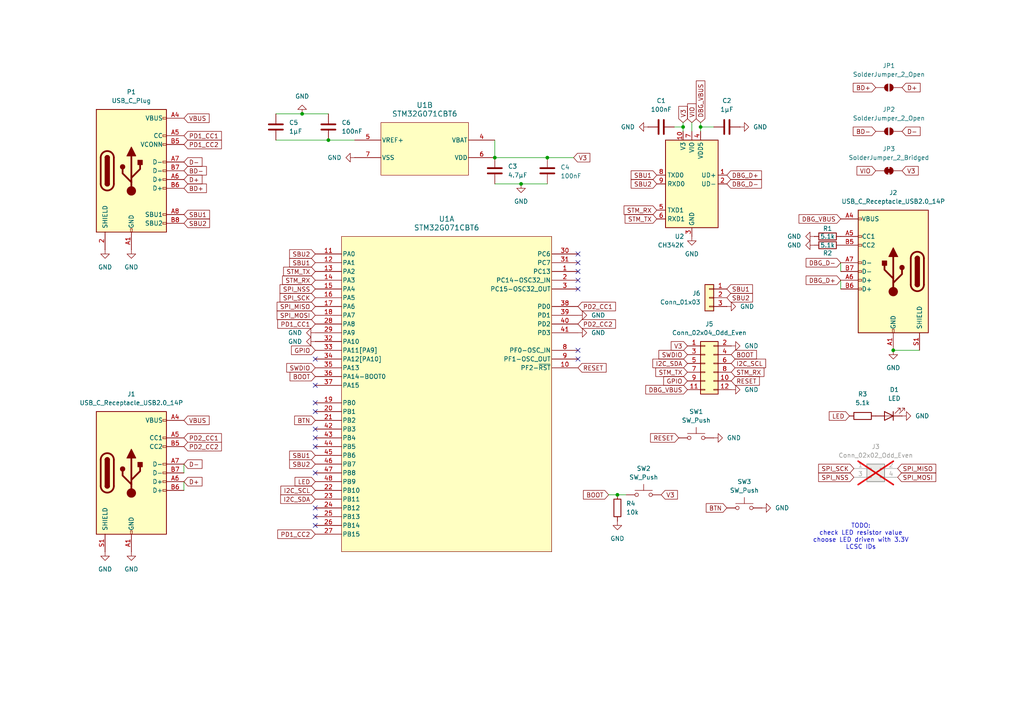
<source format=kicad_sch>
(kicad_sch (version 20231120) (generator "eeschema") (generator_version "8.0")
  (paper "A4")
  (lib_symbols
    (symbol "Connector:USB_C_Plug" (pin_names (offset 1.016))
      (property "Reference" "P1" (at 0 33.02 0))
      (property "Value" "USB_C_Plug" (at 0 30.48 0))
      (symbol "USB_C_Plug_0_0"
        (rectangle (start -0.254 -6.604) (end 0.254 -7.62))
        (rectangle (start 9.144 5.334) (end 10.16 4.826))
        (rectangle (start 9.144 7.874) (end 10.16 7.366))
        (rectangle (start 9.144 10.414) (end 10.16 9.906))
        (rectangle (start 9.144 12.954) (end 10.16 12.446))
        (rectangle (start 9.144 18.034) (end 10.16 17.526))
        (rectangle (start 10.16 -4.826) (end 9.144 -5.334))
        (rectangle (start 10.16 -2.286) (end 9.144 -2.794))
        (rectangle (start 10.16 20.574) (end 9.144 20.066))
        (rectangle (start 10.16 25.654) (end 9.144 25.146))
      )
      (symbol "USB_C_Plug_0_1"
        (rectangle (start -10.16 27.94) (end 10.16 -7.62) (stroke (width 0.254)) (fill (type background)))
        (arc (start -8.89 6.35) (mid -6.985 4.4533) (end -5.08 6.35) (stroke (width 0.508)))
        (arc (start -7.62 6.35) (mid -6.985 5.7177) (end -6.35 6.35) (stroke (width 0.254)))
        (arc (start -7.62 6.35) (mid -6.985 5.7177) (end -6.35 6.35) (stroke (width 0.254)) (fill (type outline)))
        (rectangle (start -7.62 6.35) (end -6.35 13.97) (stroke (width 0.254)) (fill (type outline)))
        (arc (start -6.35 13.97) (mid -6.985 14.6023) (end -7.62 13.97) (stroke (width 0.254)))
        (arc (start -6.35 13.97) (mid -6.985 14.6023) (end -7.62 13.97) (stroke (width 0.254)) (fill (type outline)))
        (arc (start -5.08 13.97) (mid -6.985 15.8667) (end -8.89 13.97) (stroke (width 0.508)))
        (polyline (pts (xy -8.89 6.35) (xy -8.89 13.97)) (stroke (width 0.508)))
        (polyline (pts (xy -5.08 13.97) (xy -5.08 6.35)) (stroke (width 0.508)))
      )
      (symbol "USB_C_Plug_1_1"
        (circle (center -2.54 11.303) (radius 0.635) (stroke (width 0.254)) (fill (type outline)))
        (polyline (pts (xy 0 4.318) (xy 0 14.478)) (stroke (width 0.508)))
        (polyline (pts (xy 0 6.858) (xy -2.54 9.398) (xy -2.54 10.668)) (stroke (width 0.508)))
        (polyline (pts (xy 0 8.128) (xy 2.54 10.668) (xy 2.54 11.938)) (stroke (width 0.508)))
        (polyline (pts (xy -1.27 14.478) (xy 0 17.018) (xy 1.27 14.478) (xy -1.27 14.478)) (stroke (width 0.254)) (fill (type outline)))
        (circle (center 0 4.318) (radius 1.27) (fill (type outline)))
        (rectangle (start 1.905 11.938) (end 3.175 13.208) (stroke (width 0.254)) (fill (type outline)))
        (pin passive line (at -7.62 -12.7 90) (length 5.08) (name "SHIELD") (number "2"))
        (pin passive line (at -7.62 -12.7 90) (length 5.08) hide (name "SHIELD") (number "3"))
        (pin passive line (at 0 -12.7 90) (length 5.08) (name "GND") (number "A1"))
        (pin passive line (at 0 -12.7 90) (length 5.08) hide (name "GND") (number "A12"))
        (pin passive line (at 15.24 25.4 180) (length 5.08) (name "VBUS") (number "A4"))
        (pin bidirectional line (at 15.24 20.32 180) (length 5.08) (name "CC") (number "A5"))
        (pin bidirectional line (at 15.24 7.62 180) (length 5.08) (name "D+") (number "A6"))
        (pin bidirectional line (at 15.24 12.7 180) (length 5.08) (name "D-") (number "A7"))
        (pin bidirectional line (at 15.24 -2.54 180) (length 5.08) (name "SBU1") (number "A8"))
        (pin passive line (at 15.24 25.4 180) (length 5.08) hide (name "VBUS") (number "A9"))
        (pin passive line (at 0 -12.7 90) (length 5.08) hide (name "GND") (number "B1"))
        (pin passive line (at 0 -12.7 90) (length 5.08) hide (name "GND") (number "B12"))
        (pin passive line (at 15.24 25.4 180) (length 5.08) hide (name "VBUS") (number "B4"))
        (pin bidirectional line (at 15.24 17.78 180) (length 5.08) (name "VCONN") (number "B5"))
        (pin bidirectional line (at 15.24 5.08 180) (length 5.08) (name "D+") (number "B6"))
        (pin bidirectional line (at 15.24 10.16 180) (length 5.08) (name "D-") (number "B7"))
        (pin bidirectional line (at 15.24 -5.08 180) (length 5.08) (name "SBU2") (number "B8"))
        (pin passive line (at 15.24 25.4 180) (length 5.08) hide (name "VBUS") (number "B9"))
      )
    )
    (symbol "Connector:USB_C_Receptacle_USB2.0_14P" (pin_names (offset 1.016))
      (property "Reference" "J2" (at 0 22.86 0))
      (property "Value" "USB_C_Receptacle_USB2.0_14P" (at 0 20.32 0))
      (symbol "USB_C_Receptacle_USB2.0_14P_0_0"
        (rectangle (start -0.254 -17.78) (end 0.254 -16.764))
        (rectangle (start 10.16 -4.826) (end 9.144 -5.334))
        (rectangle (start 10.16 -2.286) (end 9.144 -2.794))
        (rectangle (start 10.16 0.254) (end 9.144 -0.254))
        (rectangle (start 10.16 2.794) (end 9.144 2.286))
        (rectangle (start 10.16 7.874) (end 9.144 7.366))
        (rectangle (start 10.16 10.414) (end 9.144 9.906))
        (rectangle (start 10.16 15.494) (end 9.144 14.986))
      )
      (symbol "USB_C_Receptacle_USB2.0_14P_0_1"
        (rectangle (start -10.16 17.78) (end 10.16 -17.78) (stroke (width 0.254)) (fill (type background)))
        (arc (start -8.89 -3.81) (mid -6.985 -5.7067) (end -5.08 -3.81) (stroke (width 0.508)))
        (arc (start -7.62 -3.81) (mid -6.985 -4.4423) (end -6.35 -3.81) (stroke (width 0.254)))
        (arc (start -7.62 -3.81) (mid -6.985 -4.4423) (end -6.35 -3.81) (stroke (width 0.254)) (fill (type outline)))
        (rectangle (start -7.62 -3.81) (end -6.35 3.81) (stroke (width 0.254)) (fill (type outline)))
        (arc (start -6.35 3.81) (mid -6.985 4.4423) (end -7.62 3.81) (stroke (width 0.254)))
        (arc (start -6.35 3.81) (mid -6.985 4.4423) (end -7.62 3.81) (stroke (width 0.254)) (fill (type outline)))
        (arc (start -5.08 3.81) (mid -6.985 5.7067) (end -8.89 3.81) (stroke (width 0.508)))
        (circle (center -2.54 1.143) (radius 0.635) (stroke (width 0.254)) (fill (type outline)))
        (circle (center 0 -5.842) (radius 1.27) (fill (type outline)))
        (polyline (pts (xy -8.89 -3.81) (xy -8.89 3.81)) (stroke (width 0.508)))
        (polyline (pts (xy -5.08 3.81) (xy -5.08 -3.81)) (stroke (width 0.508)))
        (polyline (pts (xy 0 -5.842) (xy 0 4.318)) (stroke (width 0.508)))
        (polyline (pts (xy 0 -3.302) (xy -2.54 -0.762) (xy -2.54 0.508)) (stroke (width 0.508)))
        (polyline (pts (xy 0 -2.032) (xy 2.54 0.508) (xy 2.54 1.778)) (stroke (width 0.508)))
        (polyline (pts (xy -1.27 4.318) (xy 0 6.858) (xy 1.27 4.318) (xy -1.27 4.318)) (stroke (width 0.254)) (fill (type outline)))
        (rectangle (start 1.905 1.778) (end 3.175 3.048) (stroke (width 0.254)) (fill (type outline)))
      )
      (symbol "USB_C_Receptacle_USB2.0_14P_1_1"
        (pin passive line (at 0 -22.86 90) (length 5.08) (name "GND") (number "A1"))
        (pin passive line (at 15.24 15.24 180) (length 5.08) (name "VBUS") (number "A4"))
        (pin bidirectional line (at 15.24 10.16 180) (length 5.08) (name "CC1") (number "A5"))
        (pin bidirectional line (at 15.24 -2.54 180) (length 5.08) (name "D+") (number "A6"))
        (pin bidirectional line (at 15.24 2.54 180) (length 5.08) (name "D-") (number "A7"))
        (pin passive line (at 0 -22.86 90) (length 5.08) hide (name "GND") (number "B1"))
        (pin passive line (at 15.24 15.24 180) (length 5.08) hide (name "VBUS") (number "B4"))
        (pin bidirectional line (at 15.24 7.62 180) (length 5.08) (name "CC2") (number "B5"))
        (pin bidirectional line (at 15.24 -5.08 180) (length 5.08) (name "D+") (number "B6"))
        (pin bidirectional line (at 15.24 0 180) (length 5.08) (name "D-") (number "B7"))
        (pin passive line (at -7.62 -22.86 90) (length 5.08) (name "SHIELD") (number "S1"))
      )
    )
    (symbol "Connector_Generic:Conn_01x03" (pin_names (offset 1.016) hide)
      (property "Reference" "J" (at 0 5.08 0))
      (property "Value" "Conn_01x03" (at 0 -5.08 0))
      (symbol "Conn_01x03_1_1"
        (rectangle (start -1.27 -2.413) (end 0 -2.667) (stroke (width 0.1524)))
        (rectangle (start -1.27 0.127) (end 0 -0.127) (stroke (width 0.1524)))
        (rectangle (start -1.27 2.667) (end 0 2.413) (stroke (width 0.1524)))
        (rectangle (start -1.27 3.81) (end 1.27 -3.81) (stroke (width 0.254)) (fill (type background)))
        (pin passive line (at -5.08 2.54 0) (length 3.81) (name "Pin_1") (number "1"))
        (pin passive line (at -5.08 0 0) (length 3.81) (name "Pin_2") (number "2"))
        (pin passive line (at -5.08 -2.54 0) (length 3.81) (name "Pin_3") (number "3"))
      )
    )
    (symbol "Connector_Generic:Conn_02x02_Odd_Even" (pin_names (offset 1.016) hide)
      (property "Reference" "J" (at 1.27 2.54 0))
      (property "Value" "Conn_02x02_Odd_Even" (at 1.27 -5.08 0))
      (symbol "Conn_02x02_Odd_Even_1_1"
        (rectangle (start -1.27 -2.413) (end 0 -2.667) (stroke (width 0.1524)))
        (rectangle (start -1.27 0.127) (end 0 -0.127) (stroke (width 0.1524)))
        (rectangle (start -1.27 1.27) (end 3.81 -3.81) (stroke (width 0.254)) (fill (type background)))
        (rectangle (start 3.81 -2.413) (end 2.54 -2.667) (stroke (width 0.1524)))
        (rectangle (start 3.81 0.127) (end 2.54 -0.127) (stroke (width 0.1524)))
        (pin passive line (at -5.08 0 0) (length 3.81) (name "Pin_1") (number "1"))
        (pin passive line (at 7.62 0 180) (length 3.81) (name "Pin_2") (number "2"))
        (pin passive line (at -5.08 -2.54 0) (length 3.81) (name "Pin_3") (number "3"))
        (pin passive line (at 7.62 -2.54 180) (length 3.81) (name "Pin_4") (number "4"))
      )
    )
    (symbol "Connector_Generic:Conn_02x06_Odd_Even" (pin_names (offset 1.016) hide)
      (property "Reference" "J" (at 1.27 7.62 0))
      (property "Value" "Conn_02x06_Odd_Even" (at 1.27 -10.16 0))
      (symbol "Conn_02x06_Odd_Even_1_1"
        (rectangle (start -1.27 -7.493) (end 0 -7.747) (stroke (width 0.1524)))
        (rectangle (start -1.27 -4.953) (end 0 -5.207) (stroke (width 0.1524)))
        (rectangle (start -1.27 -2.413) (end 0 -2.667) (stroke (width 0.1524)))
        (rectangle (start -1.27 0.127) (end 0 -0.127) (stroke (width 0.1524)))
        (rectangle (start -1.27 2.667) (end 0 2.413) (stroke (width 0.1524)))
        (rectangle (start -1.27 5.207) (end 0 4.953) (stroke (width 0.1524)))
        (rectangle (start -1.27 6.35) (end 3.81 -8.89) (stroke (width 0.254)) (fill (type background)))
        (rectangle (start 3.81 -7.493) (end 2.54 -7.747) (stroke (width 0.1524)))
        (rectangle (start 3.81 -4.953) (end 2.54 -5.207) (stroke (width 0.1524)))
        (rectangle (start 3.81 -2.413) (end 2.54 -2.667) (stroke (width 0.1524)))
        (rectangle (start 3.81 0.127) (end 2.54 -0.127) (stroke (width 0.1524)))
        (rectangle (start 3.81 2.667) (end 2.54 2.413) (stroke (width 0.1524)))
        (rectangle (start 3.81 5.207) (end 2.54 4.953) (stroke (width 0.1524)))
        (pin passive line (at -5.08 5.08 0) (length 3.81) (name "Pin_1") (number "1"))
        (pin passive line (at 7.62 -5.08 180) (length 3.81) (name "Pin_10") (number "10"))
        (pin passive line (at -5.08 -7.62 0) (length 3.81) (name "Pin_11") (number "11"))
        (pin passive line (at 7.62 -7.62 180) (length 3.81) (name "Pin_12") (number "12"))
        (pin passive line (at 7.62 5.08 180) (length 3.81) (name "Pin_2") (number "2"))
        (pin passive line (at -5.08 2.54 0) (length 3.81) (name "Pin_3") (number "3"))
        (pin passive line (at 7.62 2.54 180) (length 3.81) (name "Pin_4") (number "4"))
        (pin passive line (at -5.08 0 0) (length 3.81) (name "Pin_5") (number "5"))
        (pin passive line (at 7.62 0 180) (length 3.81) (name "Pin_6") (number "6"))
        (pin passive line (at -5.08 -2.54 0) (length 3.81) (name "Pin_7") (number "7"))
        (pin passive line (at 7.62 -2.54 180) (length 3.81) (name "Pin_8") (number "8"))
        (pin passive line (at -5.08 -5.08 0) (length 3.81) (name "Pin_9") (number "9"))
      )
    )
    (symbol "Debubo:STM32G071CBT6" (pin_names (offset 0.254))
      (property "Reference" "U" (at 38.1 10.16 0))
      (property "Value" "STM32G071CBT6" (at 38.1 7.62 0))
      (symbol "STM32G071CBT6_1_1"
        (rectangle (start 7.62 5.08) (end 68.58 -86.36) (fill (type background)))
        (pin bidirectional line (at 76.2 -5.08 180) (length 7.62) (name "PC13") (number "1"))
        (pin bidirectional line (at 76.2 -33.02 180) (length 7.62) (name "PF2-~{RST}") (number "10"))
        (pin bidirectional line (at 0 0 0) (length 7.62) (name "PA0") (number "11"))
        (pin bidirectional line (at 0 -2.54 0) (length 7.62) (name "PA1") (number "12"))
        (pin bidirectional line (at 0 -5.08 0) (length 7.62) (name "PA2") (number "13"))
        (pin bidirectional line (at 0 -7.62 0) (length 7.62) (name "PA3") (number "14"))
        (pin bidirectional line (at 0 -10.16 0) (length 7.62) (name "PA4") (number "15"))
        (pin bidirectional line (at 0 -12.7 0) (length 7.62) (name "PA5") (number "16"))
        (pin bidirectional line (at 0 -15.24 0) (length 7.62) (name "PA6") (number "17"))
        (pin bidirectional line (at 0 -17.78 0) (length 7.62) (name "PA7") (number "18"))
        (pin bidirectional line (at 0 -43.18 0) (length 7.62) (name "PB0") (number "19"))
        (pin bidirectional line (at 76.2 -7.62 180) (length 7.62) (name "PC14-OSC32_IN") (number "2"))
        (pin bidirectional line (at 0 -45.72 0) (length 7.62) (name "PB1") (number "20"))
        (pin bidirectional line (at 0 -48.26 0) (length 7.62) (name "PB2") (number "21"))
        (pin bidirectional line (at 0 -68.58 0) (length 7.62) (name "PB10") (number "22"))
        (pin bidirectional line (at 0 -71.12 0) (length 7.62) (name "PB11") (number "23"))
        (pin bidirectional line (at 0 -73.66 0) (length 7.62) (name "PB12") (number "24"))
        (pin bidirectional line (at 0 -76.2 0) (length 7.62) (name "PB13") (number "25"))
        (pin bidirectional line (at 0 -78.74 0) (length 7.62) (name "PB14") (number "26"))
        (pin bidirectional line (at 0 -81.28 0) (length 7.62) (name "PB15") (number "27"))
        (pin bidirectional line (at 0 -20.32 0) (length 7.62) (name "PA8") (number "28"))
        (pin bidirectional line (at 0 -22.86 0) (length 7.62) (name "PA9") (number "29"))
        (pin bidirectional line (at 76.2 -10.16 180) (length 7.62) (name "PC15-OSC32_OUT") (number "3"))
        (pin bidirectional line (at 76.2 0 180) (length 7.62) (name "PC6") (number "30"))
        (pin bidirectional line (at 76.2 -2.54 180) (length 7.62) (name "PC7") (number "31"))
        (pin bidirectional line (at 0 -25.4 0) (length 7.62) (name "PA10") (number "32"))
        (pin bidirectional line (at 0 -27.94 0) (length 7.62) (name "PA11[PA9]") (number "33"))
        (pin bidirectional line (at 0 -30.48 0) (length 7.62) (name "PA12[PA10]") (number "34"))
        (pin bidirectional line (at 0 -33.02 0) (length 7.62) (name "PA13") (number "35"))
        (pin bidirectional line (at 0 -35.56 0) (length 7.62) (name "PA14-BOOT0") (number "36"))
        (pin bidirectional line (at 0 -38.1 0) (length 7.62) (name "PA15") (number "37"))
        (pin bidirectional line (at 76.2 -15.24 180) (length 7.62) (name "PD0") (number "38"))
        (pin bidirectional line (at 76.2 -17.78 180) (length 7.62) (name "PD1") (number "39"))
        (pin bidirectional line (at 76.2 -20.32 180) (length 7.62) (name "PD2") (number "40"))
        (pin bidirectional line (at 76.2 -22.86 180) (length 7.62) (name "PD3") (number "41"))
        (pin bidirectional line (at 0 -50.8 0) (length 7.62) (name "PB3") (number "42"))
        (pin bidirectional line (at 0 -53.34 0) (length 7.62) (name "PB4") (number "43"))
        (pin bidirectional line (at 0 -55.88 0) (length 7.62) (name "PB5") (number "44"))
        (pin bidirectional line (at 0 -58.42 0) (length 7.62) (name "PB6") (number "45"))
        (pin bidirectional line (at 0 -60.96 0) (length 7.62) (name "PB7") (number "46"))
        (pin bidirectional line (at 0 -63.5 0) (length 7.62) (name "PB8") (number "47"))
        (pin bidirectional line (at 0 -66.04 0) (length 7.62) (name "PB9") (number "48"))
        (pin bidirectional line (at 76.2 -27.94 180) (length 7.62) (name "PF0-OSC_IN") (number "8"))
        (pin bidirectional line (at 76.2 -30.48 180) (length 7.62) (name "PF1-OSC_OUT") (number "9"))
      )
      (symbol "STM32G071CBT6_2_1"
        (rectangle (start 7.62 5.08) (end 33.02 -10.16) (fill (type background)))
        (pin power_in line (at 40.64 0 180) (length 7.62) (name "VBAT") (number "4"))
        (pin power_in line (at 0 0 0) (length 7.62) (name "VREF+") (number "5"))
        (pin power_in line (at 40.64 -5.08 180) (length 7.62) (name "VDD") (number "6"))
        (pin power_in line (at 0 -5.08 0) (length 7.62) (name "VSS") (number "7"))
      )
    )
    (symbol "Device:C" (pin_numbers hide) (pin_names (offset 0.254))
      (property "Reference" "C" (at 0.635 2.54 0))
      (property "Value" "C" (at 0.635 -2.54 0))
      (symbol "C_0_1"
        (polyline (pts (xy -2.032 -0.762) (xy 2.032 -0.762)) (stroke (width 0.508)))
        (polyline (pts (xy -2.032 0.762) (xy 2.032 0.762)) (stroke (width 0.508)))
      )
      (symbol "C_1_1"
        (pin passive line (at 0 3.81 270) (length 2.794) (name "~") (number "1"))
        (pin passive line (at 0 -3.81 90) (length 2.794) (name "~") (number "2"))
      )
    )
    (symbol "Device:LED" (pin_numbers hide) (pin_names (offset 1.016) hide)
      (property "Reference" "D" (at 0 2.54 0))
      (property "Value" "LED" (at 0 -2.54 0))
      (symbol "LED_0_1"
        (polyline (pts (xy -1.27 -1.27) (xy -1.27 1.27)) (stroke (width 0.254)))
        (polyline (pts (xy -1.27 0) (xy 1.27 0)))
        (polyline (pts (xy 1.27 -1.27) (xy 1.27 1.27) (xy -1.27 0) (xy 1.27 -1.27)) (stroke (width 0.254)))
        (polyline (pts (xy -3.048 -0.762) (xy -4.572 -2.286) (xy -3.81 -2.286) (xy -4.572 -2.286) (xy -4.572 -1.524)))
        (polyline (pts (xy -1.778 -0.762) (xy -3.302 -2.286) (xy -2.54 -2.286) (xy -3.302 -2.286) (xy -3.302 -1.524)))
      )
      (symbol "LED_1_1"
        (pin passive line (at -3.81 0 0) (length 2.54) (name "K") (number "1"))
        (pin passive line (at 3.81 0 180) (length 2.54) (name "A") (number "2"))
      )
    )
    (symbol "Device:R" (pin_numbers hide) (pin_names (offset 0))
      (property "Reference" "R" (at 2.032 0 90))
      (property "Value" "R" (at 0 0 90))
      (symbol "R_0_1"
        (rectangle (start -1.016 -2.54) (end 1.016 2.54) (stroke (width 0.254)))
      )
      (symbol "R_1_1"
        (pin passive line (at 0 3.81 270) (length 1.27) (name "~") (number "1"))
        (pin passive line (at 0 -3.81 90) (length 1.27) (name "~") (number "2"))
      )
    )
    (symbol "Interface_USB:CH340K"
      (property "Reference" "U2" (at 2.1941 -15.24 0))
      (property "Value" "CH342K" (at 2.1941 -17.78 0))
      (symbol "CH340K_0_1"
        (rectangle (start -7.62 12.7) (end 7.62 -12.7) (stroke (width 0.254)) (fill (type background)))
      )
      (symbol "CH340K_1_0"
        (pin passive line (at 0 -15.24 90) (length 2.54) hide (name "GND") (number "11"))
      )
      (symbol "CH340K_1_1"
        (pin bidirectional line (at -10.16 2.54 0) (length 2.54) (name "UD+") (number "1"))
        (pin passive line (at 2.54 15.24 270) (length 2.54) (name "V3") (number "10"))
        (pin bidirectional line (at -10.16 0 0) (length 2.54) (name "UD-") (number "2"))
        (pin power_in line (at 0 -15.24 90) (length 2.54) (name "GND") (number "3"))
        (pin power_in line (at -2.54 15.24 270) (length 2.54) (name "VDD5") (number "4"))
        (pin output line (at 10.16 -7.62 180) (length 2.54) (name "TXD1") (number "5"))
        (pin input line (at 10.16 -10.16 180) (length 2.54) (name "RXD1") (number "6"))
        (pin power_in line (at 0 15.24 270) (length 2.54) (name "VIO") (number "7"))
        (pin output line (at 10.16 2.54 180) (length 2.54) (name "TXD0") (number "8"))
        (pin input line (at 10.16 0 180) (length 2.54) (name "RXD0") (number "9"))
      )
    )
    (symbol "Jumper:SolderJumper_2_Bridged" (pin_numbers hide) (pin_names (offset 0) hide) (exclude_from_sim yes) (in_bom no)
      (property "Reference" "JP" (at 0 2.032 0))
      (property "Value" "SolderJumper_2_Bridged" (at 0 -2.54 0))
      (symbol "SolderJumper_2_Bridged_0_1"
        (rectangle (start -0.508 0.508) (end 0.508 -0.508) (fill (type outline)))
        (arc (start -0.254 1.016) (mid -1.2656 0) (end -0.254 -1.016))
        (arc (start -0.254 1.016) (mid -1.2656 0) (end -0.254 -1.016) (fill (type outline)))
        (polyline (pts (xy -0.254 1.016) (xy -0.254 -1.016)))
        (polyline (pts (xy 0.254 1.016) (xy 0.254 -1.016)))
        (arc (start 0.254 -1.016) (mid 1.2656 0) (end 0.254 1.016))
        (arc (start 0.254 -1.016) (mid 1.2656 0) (end 0.254 1.016) (fill (type outline)))
      )
      (symbol "SolderJumper_2_Bridged_1_1"
        (pin passive line (at -3.81 0 0) (length 2.54) (name "A") (number "1"))
        (pin passive line (at 3.81 0 180) (length 2.54) (name "B") (number "2"))
      )
    )
    (symbol "Jumper:SolderJumper_2_Open" (pin_numbers hide) (pin_names (offset 0) hide) (exclude_from_sim yes) (in_bom no)
      (property "Reference" "JP" (at 0 2.032 0))
      (property "Value" "SolderJumper_2_Open" (at 0 -2.54 0))
      (symbol "SolderJumper_2_Open_0_1"
        (arc (start -0.254 1.016) (mid -1.2656 0) (end -0.254 -1.016))
        (arc (start -0.254 1.016) (mid -1.2656 0) (end -0.254 -1.016) (fill (type outline)))
        (polyline (pts (xy -0.254 1.016) (xy -0.254 -1.016)))
        (polyline (pts (xy 0.254 1.016) (xy 0.254 -1.016)))
        (arc (start 0.254 -1.016) (mid 1.2656 0) (end 0.254 1.016))
        (arc (start 0.254 -1.016) (mid 1.2656 0) (end 0.254 1.016) (fill (type outline)))
      )
      (symbol "SolderJumper_2_Open_1_1"
        (pin passive line (at -3.81 0 0) (length 2.54) (name "A") (number "1"))
        (pin passive line (at 3.81 0 180) (length 2.54) (name "B") (number "2"))
      )
    )
    (symbol "Switch:SW_Push" (pin_numbers hide) (pin_names (offset 1.016) hide)
      (property "Reference" "SW" (at 1.27 2.54 0))
      (property "Value" "SW_Push" (at 0 -1.524 0))
      (symbol "SW_Push_0_1"
        (circle (center -2.032 0) (radius 0.508))
        (polyline (pts (xy 0 1.27) (xy 0 3.048)))
        (polyline (pts (xy 2.54 1.27) (xy -2.54 1.27)))
        (circle (center 2.032 0) (radius 0.508))
        (pin passive line (at -5.08 0 0) (length 2.54) (name "1") (number "1"))
        (pin passive line (at 5.08 0 180) (length 2.54) (name "2") (number "2"))
      )
    )
    (symbol "USB_C_Receptacle_USB2.0_14P_1" (pin_names (offset 1.016))
      (property "Reference" "J1" (at 0 22.86 0))
      (property "Value" "USB_C_Receptacle_USB2.0_14P" (at 0 20.32 0))
      (symbol "USB_C_Receptacle_USB2.0_14P_1_0_0"
        (rectangle (start -0.254 -17.78) (end 0.254 -16.764))
        (rectangle (start 10.16 -4.826) (end 9.144 -5.334))
        (rectangle (start 10.16 -2.286) (end 9.144 -2.794))
        (rectangle (start 10.16 0.254) (end 9.144 -0.254))
        (rectangle (start 10.16 2.794) (end 9.144 2.286))
        (rectangle (start 10.16 7.874) (end 9.144 7.366))
        (rectangle (start 10.16 10.414) (end 9.144 9.906))
        (rectangle (start 10.16 15.494) (end 9.144 14.986))
      )
      (symbol "USB_C_Receptacle_USB2.0_14P_1_0_1"
        (rectangle (start -10.16 17.78) (end 10.16 -17.78) (stroke (width 0.254)) (fill (type background)))
        (arc (start -8.89 -3.81) (mid -6.985 -5.7067) (end -5.08 -3.81) (stroke (width 0.508)))
        (arc (start -7.62 -3.81) (mid -6.985 -4.4423) (end -6.35 -3.81) (stroke (width 0.254)))
        (arc (start -7.62 -3.81) (mid -6.985 -4.4423) (end -6.35 -3.81) (stroke (width 0.254)) (fill (type outline)))
        (rectangle (start -7.62 -3.81) (end -6.35 3.81) (stroke (width 0.254)) (fill (type outline)))
        (arc (start -6.35 3.81) (mid -6.985 4.4423) (end -7.62 3.81) (stroke (width 0.254)))
        (arc (start -6.35 3.81) (mid -6.985 4.4423) (end -7.62 3.81) (stroke (width 0.254)) (fill (type outline)))
        (arc (start -5.08 3.81) (mid -6.985 5.7067) (end -8.89 3.81) (stroke (width 0.508)))
        (circle (center -2.54 1.143) (radius 0.635) (stroke (width 0.254)) (fill (type outline)))
        (circle (center 0 -5.842) (radius 1.27) (fill (type outline)))
        (polyline (pts (xy -8.89 -3.81) (xy -8.89 3.81)) (stroke (width 0.508)))
        (polyline (pts (xy -5.08 3.81) (xy -5.08 -3.81)) (stroke (width 0.508)))
        (polyline (pts (xy 0 -5.842) (xy 0 4.318)) (stroke (width 0.508)))
        (polyline (pts (xy 0 -3.302) (xy -2.54 -0.762) (xy -2.54 0.508)) (stroke (width 0.508)))
        (polyline (pts (xy 0 -2.032) (xy 2.54 0.508) (xy 2.54 1.778)) (stroke (width 0.508)))
        (polyline (pts (xy -1.27 4.318) (xy 0 6.858) (xy 1.27 4.318) (xy -1.27 4.318)) (stroke (width 0.254)) (fill (type outline)))
        (rectangle (start 1.905 1.778) (end 3.175 3.048) (stroke (width 0.254)) (fill (type outline)))
      )
      (symbol "USB_C_Receptacle_USB2.0_14P_1_1_1"
        (pin passive line (at 0 -22.86 90) (length 5.08) (name "GND") (number "A1"))
        (pin passive line (at 15.24 15.24 180) (length 5.08) (name "VBUS") (number "A4"))
        (pin bidirectional line (at 15.24 10.16 180) (length 5.08) (name "CC1") (number "A5"))
        (pin bidirectional line (at 15.24 -2.54 180) (length 5.08) (name "D+") (number "A6"))
        (pin bidirectional line (at 15.24 2.54 180) (length 5.08) (name "D-") (number "A7"))
        (pin passive line (at 0 -22.86 90) (length 5.08) hide (name "GND") (number "B1"))
        (pin passive line (at 15.24 15.24 180) (length 5.08) hide (name "VBUS") (number "B4"))
        (pin bidirectional line (at 15.24 7.62 180) (length 5.08) (name "CC2") (number "B5"))
        (pin bidirectional line (at 15.24 -5.08 180) (length 5.08) (name "D+") (number "B6"))
        (pin bidirectional line (at 15.24 0 180) (length 5.08) (name "D-") (number "B7"))
        (pin passive line (at -7.62 -22.86 90) (length 5.08) (name "SHIELD") (number "S1"))
      )
    )
    (symbol "power:GND" (power) (pin_numbers hide) (pin_names (offset 0) hide)
      (property "Value" "GND" (at 0 -3.81 0))
      (symbol "GND_0_1"
        (polyline (pts (xy 0 0) (xy 0 -1.27) (xy 1.27 -1.27) (xy 0 -2.54) (xy -1.27 -1.27) (xy 0 -1.27)))
      )
      (symbol "GND_1_1"
        (pin power_in line (at 0 0 270) (length 0) (name "~") (number "1"))
      )
    )
  )
  (junction (at 198.12 36.83))
  (junction (at 95.25 40.64))
  (junction (at 259.08 101.6))
  (junction (at 87.63 33.02))
  (junction (at 151.13 53.34))
  (junction (at 203.2 36.83))
  (junction (at 143.51 45.72))
  (junction (at 179.07 143.51))
  (junction (at 158.75 45.72))
  (no_connect (at 167.64 81.28))
  (no_connect (at 91.44 116.84))
  (no_connect (at 91.44 111.76))
  (no_connect (at 167.64 83.82))
  (no_connect (at 91.44 124.46))
  (no_connect (at 91.44 152.4))
  (no_connect (at 91.44 127))
  (no_connect (at 167.64 78.74))
  (no_connect (at 91.44 149.86))
  (no_connect (at 91.44 119.38))
  (no_connect (at 167.64 104.14))
  (no_connect (at 167.64 76.2))
  (no_connect (at 91.44 137.16))
  (no_connect (at 91.44 129.54))
  (no_connect (at 167.64 101.6))
  (no_connect (at 91.44 104.14))
  (no_connect (at 167.64 73.66))
  (no_connect (at 91.44 147.32))
  (wire (pts (xy 198.12 35.56) (xy 198.12 36.83)))
  (wire (pts (xy 95.25 40.64) (xy 102.87 40.64)))
  (wire (pts (xy 200.66 35.56) (xy 200.66 38.1)))
  (wire (pts (xy 143.51 40.64) (xy 143.51 45.72)))
  (wire (pts (xy 53.34 134.62) (xy 53.34 137.16)))
  (wire (pts (xy 143.51 45.72) (xy 158.75 45.72)))
  (wire (pts (xy 143.51 53.34) (xy 151.13 53.34)))
  (wire (pts (xy 80.01 40.64) (xy 95.25 40.64)))
  (wire (pts (xy 53.34 139.7) (xy 53.34 142.24)))
  (wire (pts (xy 243.84 81.28) (xy 243.84 83.82)))
  (wire (pts (xy 203.2 36.83) (xy 203.2 38.1)))
  (wire (pts (xy 87.63 33.02) (xy 95.25 33.02)))
  (wire (pts (xy 151.13 53.34) (xy 158.75 53.34)))
  (wire (pts (xy 243.84 76.2) (xy 243.84 78.74)))
  (wire (pts (xy 259.08 101.6) (xy 266.7 101.6)))
  (wire (pts (xy 203.2 35.56) (xy 203.2 36.83)))
  (wire (pts (xy 207.01 36.83) (xy 203.2 36.83)))
  (wire (pts (xy 195.58 36.83) (xy 198.12 36.83)))
  (wire (pts (xy 198.12 36.83) (xy 198.12 38.1)))
  (wire (pts (xy 158.75 45.72) (xy 166.37 45.72)))
  (wire (pts (xy 179.07 143.51) (xy 181.61 143.51)))
  (wire (pts (xy 80.01 33.02) (xy 87.63 33.02)))
  (wire (pts (xy 176.53 143.51) (xy 179.07 143.51)))
  (text "TODO:\ncheck LED resistor value\nchoose LED driven with 3.3V\nLCSC IDs" (at 249.682 155.702 0) (effects (font (size 1.27 1.27))))
  (global_label "V3" (shape input) (at 199.39 100.33 180) (property "Intersheetrefs" "${INTERSHEET_REFS}" (effects (hide yes))))
  (global_label "BTN" (shape input) (at 91.44 121.92 180) (property "Intersheetrefs" "${INTERSHEET_REFS}" (effects (hide yes))))
  (global_label "BD+" (shape input) (at 53.34 54.61 0) (property "Intersheetrefs" "${INTERSHEET_REFS}" (effects (hide yes))))
  (global_label "DBG_D+" (shape input) (at 210.82 50.8 0) (property "Intersheetrefs" "${INTERSHEET_REFS}" (effects (hide yes))))
  (global_label "SPI_SCK" (shape input) (at 91.44 86.36 180) (property "Intersheetrefs" "${INTERSHEET_REFS}" (effects (hide yes))))
  (global_label "PD1_CC1" (shape input) (at 91.44 93.98 180) (property "Intersheetrefs" "${INTERSHEET_REFS}" (effects (hide yes))))
  (global_label "SBU2" (shape input) (at 91.44 134.62 180) (property "Intersheetrefs" "${INTERSHEET_REFS}" (effects (hide yes))))
  (global_label "RESET" (shape input) (at 196.85 127 180) (property "Intersheetrefs" "${INTERSHEET_REFS}" (effects (hide yes))))
  (global_label "GPIO" (shape input) (at 199.39 110.49 180) (property "Intersheetrefs" "${INTERSHEET_REFS}" (effects (hide yes))))
  (global_label "PD1_CC2" (shape input) (at 53.34 41.91 0) (property "Intersheetrefs" "${INTERSHEET_REFS}" (effects (hide yes))))
  (global_label "STM_TX" (shape input) (at 199.39 107.95 180) (property "Intersheetrefs" "${INTERSHEET_REFS}" (effects (hide yes))))
  (global_label "SPI_MOSI" (shape input) (at 260.35 138.43 0) (property "Intersheetrefs" "${INTERSHEET_REFS}" (effects (hide yes))))
  (global_label "VIO" (shape input) (at 200.66 35.56 90) (property "Intersheetrefs" "${INTERSHEET_REFS}" (effects (hide yes))))
  (global_label "SBU2" (shape input) (at 91.44 73.66 180) (property "Intersheetrefs" "${INTERSHEET_REFS}" (effects (hide yes))))
  (global_label "V3" (shape input) (at 166.37 45.72 0) (property "Intersheetrefs" "${INTERSHEET_REFS}" (effects (hide yes))))
  (global_label "VBUS" (shape input) (at 53.34 121.92 0) (property "Intersheetrefs" "${INTERSHEET_REFS}" (effects (hide yes))))
  (global_label "PD2_CC2" (shape input) (at 53.34 129.54 0) (property "Intersheetrefs" "${INTERSHEET_REFS}" (effects (hide yes))))
  (global_label "I2C_SDA" (shape input) (at 91.44 144.78 180) (property "Intersheetrefs" "${INTERSHEET_REFS}" (effects (hide yes))))
  (global_label "BOOT" (shape input) (at 176.53 143.51 180) (property "Intersheetrefs" "${INTERSHEET_REFS}" (effects (hide yes))))
  (global_label "V3" (shape input) (at 261.62 49.53 0) (property "Intersheetrefs" "${INTERSHEET_REFS}" (effects (hide yes))))
  (global_label "GPIO" (shape input) (at 91.44 101.6 180) (property "Intersheetrefs" "${INTERSHEET_REFS}" (effects (hide yes))))
  (global_label "SPI_MOSI" (shape input) (at 91.44 91.44 180) (property "Intersheetrefs" "${INTERSHEET_REFS}" (effects (hide yes))))
  (global_label "V3" (shape input) (at 191.77 143.51 0) (property "Intersheetrefs" "${INTERSHEET_REFS}" (effects (hide yes))))
  (global_label "SPI_MISO" (shape input) (at 260.35 135.89 0) (property "Intersheetrefs" "${INTERSHEET_REFS}" (effects (hide yes))))
  (global_label "SBU1" (shape input) (at 91.44 132.08 180) (property "Intersheetrefs" "${INTERSHEET_REFS}" (effects (hide yes))))
  (global_label "STM_RX" (shape input) (at 190.5 60.96 180) (property "Intersheetrefs" "${INTERSHEET_REFS}" (effects (hide yes))))
  (global_label "BOOT" (shape input) (at 91.44 109.22 180) (property "Intersheetrefs" "${INTERSHEET_REFS}" (effects (hide yes))))
  (global_label "SBU2" (shape input) (at 53.34 64.77 0) (property "Intersheetrefs" "${INTERSHEET_REFS}" (effects (hide yes))))
  (global_label "RESET" (shape input) (at 212.09 110.49 0) (property "Intersheetrefs" "${INTERSHEET_REFS}" (effects (hide yes))))
  (global_label "LED" (shape input) (at 91.44 139.7 180) (property "Intersheetrefs" "${INTERSHEET_REFS}" (effects (hide yes))))
  (global_label "SPI_NSS" (shape input) (at 91.44 83.82 180) (property "Intersheetrefs" "${INTERSHEET_REFS}" (effects (hide yes))))
  (global_label "I2C_SDA" (shape input) (at 199.39 105.41 180) (property "Intersheetrefs" "${INTERSHEET_REFS}" (effects (hide yes))))
  (global_label "RESET" (shape input) (at 167.64 106.68 0) (property "Intersheetrefs" "${INTERSHEET_REFS}" (effects (hide yes))))
  (global_label "SBU1" (shape input) (at 190.5 50.8 180) (property "Intersheetrefs" "${INTERSHEET_REFS}" (effects (hide yes))))
  (global_label "D-" (shape input) (at 261.62 38.1 0) (property "Intersheetrefs" "${INTERSHEET_REFS}" (effects (hide yes))))
  (global_label "BTN" (shape input) (at 210.82 147.32 180) (property "Intersheetrefs" "${INTERSHEET_REFS}" (effects (hide yes))))
  (global_label "BD+" (shape input) (at 254 25.4 180) (property "Intersheetrefs" "${INTERSHEET_REFS}" (effects (hide yes))))
  (global_label "PD1_CC2" (shape input) (at 91.44 154.94 180) (property "Intersheetrefs" "${INTERSHEET_REFS}" (effects (hide yes))))
  (global_label "D+" (shape input) (at 53.34 139.7 0) (property "Intersheetrefs" "${INTERSHEET_REFS}" (effects (hide yes))))
  (global_label "SPI_MISO" (shape input) (at 91.44 88.9 180) (property "Intersheetrefs" "${INTERSHEET_REFS}" (effects (hide yes))))
  (global_label "VIO" (shape input) (at 254 49.53 180) (property "Intersheetrefs" "${INTERSHEET_REFS}" (effects (hide yes))))
  (global_label "SPI_SCK" (shape input) (at 247.65 135.89 180) (property "Intersheetrefs" "${INTERSHEET_REFS}" (effects (hide yes))))
  (global_label "DBG_D-" (shape input) (at 243.84 76.2 180) (property "Intersheetrefs" "${INTERSHEET_REFS}" (effects (hide yes))))
  (global_label "BD-" (shape input) (at 254 38.1 180) (property "Intersheetrefs" "${INTERSHEET_REFS}" (effects (hide yes))))
  (global_label "V3" (shape input) (at 198.12 35.56 90) (property "Intersheetrefs" "${INTERSHEET_REFS}" (effects (hide yes))))
  (global_label "SBU1" (shape input) (at 53.34 62.23 0) (property "Intersheetrefs" "${INTERSHEET_REFS}" (effects (hide yes))))
  (global_label "SBU1" (shape input) (at 91.44 76.2 180) (property "Intersheetrefs" "${INTERSHEET_REFS}" (effects (hide yes))))
  (global_label "I2C_SCL" (shape input) (at 91.44 142.24 180) (property "Intersheetrefs" "${INTERSHEET_REFS}" (effects (hide yes))))
  (global_label "PD2_CC1" (shape input) (at 167.64 88.9 0) (property "Intersheetrefs" "${INTERSHEET_REFS}" (effects (hide yes))))
  (global_label "DBG_VBUS" (shape input) (at 203.2 35.56 90) (property "Intersheetrefs" "${INTERSHEET_REFS}" (effects (hide yes))))
  (global_label "PD2_CC2" (shape input) (at 167.64 93.98 0) (property "Intersheetrefs" "${INTERSHEET_REFS}" (effects (hide yes))))
  (global_label "BD-" (shape input) (at 53.34 49.53 0) (property "Intersheetrefs" "${INTERSHEET_REFS}" (effects (hide yes))))
  (global_label "STM_TX" (shape input) (at 91.44 78.74 180) (property "Intersheetrefs" "${INTERSHEET_REFS}" (effects (hide yes))))
  (global_label "DBG_VBUS" (shape input) (at 243.84 63.5 180) (property "Intersheetrefs" "${INTERSHEET_REFS}" (effects (hide yes))))
  (global_label "DBG_D-" (shape input) (at 210.82 53.34 0) (property "Intersheetrefs" "${INTERSHEET_REFS}" (effects (hide yes))))
  (global_label "SWDIO" (shape input) (at 91.44 106.68 180) (property "Intersheetrefs" "${INTERSHEET_REFS}" (effects (hide yes))))
  (global_label "VBUS" (shape input) (at 53.34 34.29 0) (property "Intersheetrefs" "${INTERSHEET_REFS}" (effects (hide yes))))
  (global_label "SWDIO" (shape input) (at 199.39 102.87 180) (property "Intersheetrefs" "${INTERSHEET_REFS}" (effects (hide yes))))
  (global_label "SBU2" (shape input) (at 190.5 53.34 180) (property "Intersheetrefs" "${INTERSHEET_REFS}" (effects (hide yes))))
  (global_label "DBG_D+" (shape input) (at 243.84 81.28 180) (property "Intersheetrefs" "${INTERSHEET_REFS}" (effects (hide yes))))
  (global_label "PD2_CC1" (shape input) (at 53.34 127 0) (property "Intersheetrefs" "${INTERSHEET_REFS}" (effects (hide yes))))
  (global_label "SPI_NSS" (shape input) (at 247.65 138.43 180) (property "Intersheetrefs" "${INTERSHEET_REFS}" (effects (hide yes))))
  (global_label "D-" (shape input) (at 53.34 46.99 0) (property "Intersheetrefs" "${INTERSHEET_REFS}" (effects (hide yes))))
  (global_label "STM_TX" (shape input) (at 190.5 63.5 180) (property "Intersheetrefs" "${INTERSHEET_REFS}" (effects (hide yes))))
  (global_label "D+" (shape input) (at 261.62 25.4 0) (property "Intersheetrefs" "${INTERSHEET_REFS}" (effects (hide yes))))
  (global_label "BOOT" (shape input) (at 212.09 102.87 0) (property "Intersheetrefs" "${INTERSHEET_REFS}" (effects (hide yes))))
  (global_label "STM_RX" (shape input) (at 212.09 107.95 0) (property "Intersheetrefs" "${INTERSHEET_REFS}" (effects (hide yes))))
  (global_label "D+" (shape input) (at 53.34 52.07 0) (property "Intersheetrefs" "${INTERSHEET_REFS}" (effects (hide yes))))
  (global_label "PD1_CC1" (shape input) (at 53.34 39.37 0) (property "Intersheetrefs" "${INTERSHEET_REFS}" (effects (hide yes))))
  (global_label "DBG_VBUS" (shape input) (at 199.39 113.03 180) (property "Intersheetrefs" "${INTERSHEET_REFS}" (effects (hide yes))))
  (global_label "I2C_SCL" (shape input) (at 212.09 105.41 0) (property "Intersheetrefs" "${INTERSHEET_REFS}" (effects (hide yes))))
  (global_label "STM_RX" (shape input) (at 91.44 81.28 180) (property "Intersheetrefs" "${INTERSHEET_REFS}" (effects (hide yes))))
  (global_label "SBU1" (shape input) (at 210.82 83.82 0) (property "Intersheetrefs" "${INTERSHEET_REFS}" (effects (hide yes))))
  (global_label "SBU2" (shape input) (at 210.82 86.36 0) (property "Intersheetrefs" "${INTERSHEET_REFS}" (effects (hide yes))))
  (global_label "D-" (shape input) (at 53.34 134.62 0) (property "Intersheetrefs" "${INTERSHEET_REFS}" (effects (hide yes))))
  (global_label "LED" (shape input) (at 246.38 120.65 180) (property "Intersheetrefs" "${INTERSHEET_REFS}" (effects (hide yes))))
  (symbol (lib_id "Device:R") (at 240.03 68.58 90) (unit 1)
    (property "Reference" "R1" (at 240.03 66.294 90))
    (property "Value" "5.1k" (at 240.03 68.58 90))
    (property "Footprint" "Resistor_SMD:R_1206_3216Metric_Pad1.30x1.75mm_HandSolder" (effects (hide yes)))
    (property "Description" "Resistor" (effects (hide yes)))
    (property "LCSC" "C26033" (effects (hide yes)))
  )
  (symbol (lib_id "power:GND") (at 102.87 45.72 270) (unit 1)
    (property "Reference" "#PWR03" (effects (hide yes)))
    (property "Value" "GND" (at 99.06 45.7199 90) (effects (justify right)))
    (property "Description" "Power symbol creates a global label with name \"GND\" , ground" (effects (hide yes)))
  )
  (symbol (lib_id "Switch:SW_Push") (at 215.9 147.32 0) (unit 1)
    (property "Reference" "SW3" (at 215.9 139.7 0))
    (property "Value" "SW_Push" (at 215.9 142.24 0))
    (property "Footprint" "Button_Switch_SMD:SW_SPST_B3U-1000P" (effects (hide yes)))
    (property "Description" "Push button switch, generic, two pins" (effects (hide yes)))
    (property "LCSC" "C231329" (effects (hide yes)))
  )
  (symbol (lib_id "power:GND") (at 91.44 99.06 270) (unit 1)
    (property "Reference" "#PWR020" (effects (hide yes)))
    (property "Value" "GND" (at 87.63 99.0599 90) (effects (justify right)))
    (property "Description" "Power symbol creates a global label with name \"GND\" , ground" (effects (hide yes)))
  )
  (symbol (lib_id "power:GND") (at 210.82 88.9 90) (mirror x) (unit 1)
    (property "Reference" "#PWR015" (effects (hide yes)))
    (property "Value" "GND" (at 214.63 88.8999 90) (effects (justify right)))
    (property "Description" "Power symbol creates a global label with name \"GND\" , ground" (effects (hide yes)))
  )
  (symbol (lib_id "Device:R") (at 179.07 147.32 180) (unit 1)
    (property "Reference" "R4" (at 181.61 146.0499 0) (effects (justify right)))
    (property "Value" "10k" (at 181.61 148.5899 0) (effects (justify right)))
    (property "Footprint" "Resistor_SMD:R_1206_3216Metric_Pad1.30x1.75mm_HandSolder" (effects (hide yes)))
    (property "Description" "Resistor" (effects (hide yes)))
    (property "LCSC" "C26033" (effects (hide yes)))
  )
  (symbol (lib_id "power:GND") (at 87.63 33.02 180) (unit 1)
    (property "Reference" "#PWR017" (effects (hide yes)))
    (property "Value" "GND" (at 87.63 27.94 0))
    (property "Description" "Power symbol creates a global label with name \"GND\" , ground" (effects (hide yes)))
  )
  (symbol (lib_id "power:GND") (at 236.22 68.58 270) (unit 1)
    (property "Reference" "#PWR018" (effects (hide yes)))
    (property "Value" "GND" (at 232.41 68.5799 90) (effects (justify right)))
    (property "Description" "Power symbol creates a global label with name \"GND\" , ground" (effects (hide yes)))
  )
  (symbol (lib_id "Debubo:STM32G071CBT6") (at 102.87 40.64 0) (unit 2)
    (property "Reference" "U1" (at 123.19 30.48 0) (effects (font (size 1.524 1.524))))
    (property "Value" "STM32G071CBT6" (at 123.19 33.02 0) (effects (font (size 1.524 1.524))))
    (property "Footprint" "Package_QFP:LQFP-48_7x7mm_P0.5mm" (effects (hide yes)))
    (property "Datasheet" "STM32G071CBT6" (effects (hide yes)))
    (property "LCSC" "C432212" (effects (hide yes)))
  )
  (symbol (lib_id "power:GND") (at 212.09 100.33 90) (unit 1)
    (property "Reference" "#PWR016" (effects (hide yes)))
    (property "Value" "GND" (at 215.9 100.3299 90) (effects (justify right)))
    (property "Description" "Power symbol creates a global label with name \"GND\" , ground" (effects (hide yes)))
  )
  (symbol (lib_id "power:GND") (at 30.48 72.39 0) (unit 1)
    (property "Reference" "#PWR025" (effects (hide yes)))
    (property "Value" "GND" (at 30.48 77.47 0))
    (property "Description" "Power symbol creates a global label with name \"GND\" , ground" (effects (hide yes)))
  )
  (symbol (lib_id "Device:C") (at 95.25 36.83 0) (unit 1)
    (property "Reference" "C6" (at 99.06 35.5599 0) (effects (justify left)))
    (property "Value" "100nF" (at 99.06 38.0999 0) (effects (justify left)))
    (property "Footprint" "Capacitor_SMD:C_1206_3216Metric_Pad1.33x1.80mm_HandSolder" (effects (hide yes)))
    (property "Description" "Unpolarized capacitor" (effects (hide yes)))
    (property "LCSC" "C24497" (effects (hide yes)))
  )
  (symbol (lib_id "Switch:SW_Push") (at 201.93 127 0) (unit 1)
    (property "Reference" "SW1" (at 201.93 119.38 0))
    (property "Value" "SW_Push" (at 201.93 121.92 0))
    (property "Footprint" "Button_Switch_SMD:SW_SPST_B3U-1000P" (effects (hide yes)))
    (property "Description" "Push button switch, generic, two pins" (effects (hide yes)))
    (property "LCSC" "C231329" (effects (hide yes)))
  )
  (symbol (lib_id "Interface_USB:CH340K") (at 200.66 53.34 0) (mirror y) (unit 1)
    (property "Reference" "U2" (at 198.4659 68.58 0) (effects (justify left)))
    (property "Value" "CH342K" (at 198.4659 71.12 0) (effects (justify left)))
    (property "Footprint" "Package_SO:SSOP-10-1EP_3.9x4.9mm_P1mm_EP2.1x3.3mm" (effects (hide yes)))
    (property "Datasheet" "https://www.wch-ic.com/downloads/file/295.html" (effects (hide yes)))
    (property "Description" "USB serial converter, dual UART, SSOP-10" (effects (hide yes)))
    (property "LCSC" "C2826608" (effects (hide yes)))
  )
  (symbol (lib_id "Jumper:SolderJumper_2_Open") (at 257.81 25.4 0) (unit 1) (exclude_from_sim yes) (in_bom no)
    (property "Reference" "JP1" (at 257.81 19.05 0))
    (property "Value" "SolderJumper_2_Open" (at 257.81 21.59 0))
    (property "Footprint" "Debubo:SolderJumperSmol" (effects (hide yes)))
    (property "Description" "Solder Jumper, 2-pole, open" (effects (hide yes)))
  )
  (symbol (lib_id "power:GND") (at 167.64 91.44 90) (unit 1)
    (property "Reference" "#PWR011" (effects (hide yes)))
    (property "Value" "GND" (at 171.45 91.4399 90) (effects (justify right)))
    (property "Description" "Power symbol creates a global label with name \"GND\" , ground" (effects (hide yes)))
  )
  (symbol (lib_id "power:GND") (at 187.96 36.83 270) (unit 1)
    (property "Reference" "#PWR06" (effects (hide yes)))
    (property "Value" "GND" (at 184.15 36.8299 90) (effects (justify right)))
    (property "Description" "Power symbol creates a global label with name \"GND\" , ground" (effects (hide yes)))
  )
  (symbol (lib_id "power:GND") (at 214.63 36.83 90) (unit 1)
    (property "Reference" "#PWR07" (effects (hide yes)))
    (property "Value" "GND" (at 218.44 36.8299 90) (effects (justify right)))
    (property "Description" "Power symbol creates a global label with name \"GND\" , ground" (effects (hide yes)))
  )
  (symbol (lib_id "Device:R") (at 240.03 71.12 90) (unit 1)
    (property "Reference" "R2" (at 240.03 73.406 90))
    (property "Value" "5.1k" (at 240.03 71.12 90))
    (property "Footprint" "Resistor_SMD:R_1206_3216Metric_Pad1.30x1.75mm_HandSolder" (effects (hide yes)))
    (property "Description" "Resistor" (effects (hide yes)))
    (property "LCSC" "C26033" (effects (hide yes)))
  )
  (symbol (lib_id "power:GND") (at 200.66 68.58 0) (unit 1)
    (property "Reference" "#PWR04" (effects (hide yes)))
    (property "Value" "GND" (at 200.66 73.66 0))
    (property "Description" "Power symbol creates a global label with name \"GND\" , ground" (effects (hide yes)))
  )
  (symbol (lib_id "power:GND") (at 38.1 72.39 0) (unit 1)
    (property "Reference" "#PWR02" (effects (hide yes)))
    (property "Value" "GND" (at 38.1 77.47 0))
    (property "Description" "Power symbol creates a global label with name \"GND\" , ground" (effects (hide yes)))
  )
  (symbol (lib_id "Device:C") (at 80.01 36.83 180) (unit 1)
    (property "Reference" "C5" (at 83.82 35.5599 0) (effects (justify right)))
    (property "Value" "1µF" (at 83.82 38.0999 0) (effects (justify right)))
    (property "Footprint" "Capacitor_SMD:C_1206_3216Metric_Pad1.33x1.80mm_HandSolder" (effects (hide yes)))
    (property "Description" "Unpolarized capacitor" (effects (hide yes)))
    (property "LCSC" "C24497" (effects (hide yes)))
  )
  (symbol (lib_id "power:GND") (at 259.08 101.6 0) (unit 1)
    (property "Reference" "#PWR05" (effects (hide yes)))
    (property "Value" "GND" (at 259.08 106.68 0))
    (property "Description" "Power symbol creates a global label with name \"GND\" , ground" (effects (hide yes)))
  )
  (symbol (lib_id "power:GND") (at 91.44 96.52 270) (unit 1)
    (property "Reference" "#PWR013" (effects (hide yes)))
    (property "Value" "GND" (at 87.63 96.5199 90) (effects (justify right)))
    (property "Description" "Power symbol creates a global label with name \"GND\" , ground" (effects (hide yes)))
  )
  (symbol (lib_id "Connector_Generic:Conn_01x03") (at 205.74 86.36 0) (mirror y) (unit 1)
    (property "Reference" "J6" (at 203.2 85.0899 0) (effects (justify left)))
    (property "Value" "Conn_01x03" (at 203.2 87.6299 0) (effects (justify left)))
    (property "Footprint" "Connector_PinSocket_2.54mm:PinSocket_1x03_P2.54mm_Vertical" (effects (hide yes)))
    (property "Description" "Generic connector, single row, 01x03, script generated (kicad-library-utils/schlib/autogen/connector/)" (effects (hide yes)))
  )
  (symbol (lib_id "Device:C") (at 210.82 36.83 90) (unit 1)
    (property "Reference" "C2" (at 210.82 29.21 90))
    (property "Value" "1µF" (at 210.82 31.75 90))
    (property "Footprint" "Capacitor_SMD:C_1206_3216Metric_Pad1.33x1.80mm_HandSolder" (effects (hide yes)))
    (property "Description" "Unpolarized capacitor" (effects (hide yes)))
    (property "LCSC" "C1966364" (effects (hide yes)))
  )
  (symbol (lib_id "power:GND") (at 261.62 120.65 90) (unit 1)
    (property "Reference" "#PWR022" (effects (hide yes)))
    (property "Value" "GND" (at 265.43 120.6499 90) (effects (justify right)))
    (property "Description" "Power symbol creates a global label with name \"GND\" , ground" (effects (hide yes)))
  )
  (symbol (lib_id "Switch:SW_Push") (at 186.69 143.51 0) (unit 1)
    (property "Reference" "SW2" (at 186.69 135.89 0))
    (property "Value" "SW_Push" (at 186.69 138.43 0))
    (property "Footprint" "Button_Switch_SMD:SW_SPST_B3U-1000P" (effects (hide yes)))
    (property "Description" "Push button switch, generic, two pins" (effects (hide yes)))
    (property "LCSC" "C231329" (effects (hide yes)))
  )
  (symbol (lib_id "Connector:USB_C_Receptacle_USB2.0_14P") (at 259.08 78.74 0) (mirror y) (unit 1)
    (property "Reference" "J2" (at 259.08 55.88 0))
    (property "Value" "USB_C_Receptacle_USB2.0_14P" (at 259.08 58.42 0))
    (property "Footprint" "Debubo:USB-C-SMD_TYPE-C-6PIN-2MD-073" (effects (hide yes)))
    (property "Datasheet" "https://www.usb.org/sites/default/files/documents/usb_type-c.zip" (effects (hide yes)))
    (property "Description" "USB 2.0-only 14P Type-C Receptacle connector" (effects (hide yes)))
    (property "LCSC" "C2765186" (effects (hide yes)))
  )
  (symbol (lib_id "Jumper:SolderJumper_2_Bridged") (at 257.81 49.53 0) (unit 1) (exclude_from_sim yes) (in_bom no)
    (property "Reference" "JP3" (at 257.81 43.18 0))
    (property "Value" "SolderJumper_2_Bridged" (at 257.81 45.72 0))
    (property "Footprint" "Debubo:SolderJumperBridgedSmol" (effects (hide yes)))
    (property "Description" "Solder Jumper, 2-pole, closed/bridged" (effects (hide yes)))
  )
  (symbol (lib_id "power:GND") (at 236.22 71.12 270) (unit 1)
    (property "Reference" "#PWR019" (effects (hide yes)))
    (property "Value" "GND" (at 232.41 71.1199 90) (effects (justify right)))
    (property "Description" "Power symbol creates a global label with name \"GND\" , ground" (effects (hide yes)))
  )
  (symbol (lib_id "power:GND") (at 30.48 160.02 0) (unit 1)
    (property "Reference" "#PWR024" (effects (hide yes)))
    (property "Value" "GND" (at 30.48 165.1 0))
    (property "Description" "Power symbol creates a global label with name \"GND\" , ground" (effects (hide yes)))
  )
  (symbol (lib_id "Connector:USB_C_Plug") (at 38.1 59.69 0) (unit 1)
    (property "Reference" "P1" (at 38.1 26.67 0))
    (property "Value" "USB_C_Plug" (at 38.1 29.21 0))
    (property "Footprint" "Debubo:USB-C-SMD_GT-USB-8013A" (effects (hide yes)))
    (property "Datasheet" "https://www.usb.org/sites/default/files/documents/usb_type-c.zip" (effects (hide yes)))
    (property "Description" "USB Type-C Plug connector" (effects (hide yes)))
    (property "LCSC" "C2988370" (effects (hide yes)))
  )
  (symbol (lib_id "Device:C") (at 191.77 36.83 270) (unit 1)
    (property "Reference" "C1" (at 191.77 29.21 90))
    (property "Value" "100nF" (at 191.77 31.75 90))
    (property "Footprint" "Capacitor_SMD:C_1206_3216Metric_Pad1.33x1.80mm_HandSolder" (effects (hide yes)))
    (property "Description" "Unpolarized capacitor" (effects (hide yes)))
    (property "LCSC" "C24497" (effects (hide yes)))
  )
  (symbol (lib_id "power:GND") (at 212.09 113.03 90) (unit 1)
    (property "Reference" "#PWR021" (effects (hide yes)))
    (property "Value" "GND" (at 215.9 113.0299 90) (effects (justify right)))
    (property "Description" "Power symbol creates a global label with name \"GND\" , ground" (effects (hide yes)))
  )
  (symbol (lib_id "Device:R") (at 250.19 120.65 90) (unit 1)
    (property "Reference" "R3" (at 250.19 114.3 90))
    (property "Value" "5.1k" (at 250.19 116.84 90))
    (property "Footprint" "Resistor_SMD:R_1206_3216Metric_Pad1.30x1.75mm_HandSolder" (effects (hide yes)))
    (property "Description" "Resistor" (effects (hide yes)))
    (property "LCSC" "C26033" (effects (hide yes)))
  )
  (symbol (lib_id "power:GND") (at 38.1 160.02 0) (unit 1)
    (property "Reference" "#PWR01" (effects (hide yes)))
    (property "Value" "GND" (at 38.1 165.1 0))
    (property "Description" "Power symbol creates a global label with name \"GND\" , ground" (effects (hide yes)))
  )
  (symbol (lib_id "power:GND") (at 207.01 127 90) (unit 1)
    (property "Reference" "#PWR014" (effects (hide yes)))
    (property "Value" "GND" (at 210.82 126.9999 90) (effects (justify right)))
    (property "Description" "Power symbol creates a global label with name \"GND\" , ground" (effects (hide yes)))
  )
  (symbol (lib_id "Jumper:SolderJumper_2_Open") (at 257.81 38.1 0) (unit 1) (exclude_from_sim yes) (in_bom no)
    (property "Reference" "JP2" (at 257.81 31.75 0))
    (property "Value" "SolderJumper_2_Open" (at 257.81 34.29 0))
    (property "Footprint" "Debubo:SolderJumperSmol" (effects (hide yes)))
    (property "Description" "Solder Jumper, 2-pole, open" (effects (hide yes)))
  )
  (symbol (lib_name "USB_C_Receptacle_USB2.0_14P_1") (lib_id "Connector:USB_C_Receptacle_USB2.0_14P") (at 38.1 137.16 0) (unit 1)
    (property "Reference" "J1" (at 38.1 114.3 0))
    (property "Value" "USB_C_Receptacle_USB2.0_14P" (at 38.1 116.84 0))
    (property "Footprint" "Debubo:USB-C-SMD_TYPE-C-6PIN-2MD-073" (effects (hide yes)))
    (property "Datasheet" "https://www.usb.org/sites/default/files/documents/usb_type-c.zip" (effects (hide yes)))
    (property "Description" "USB 2.0-only 14P Type-C Receptacle connector" (effects (hide yes)))
    (property "LCSC" "C2765186" (effects (hide yes)))
  )
  (symbol (lib_id "power:GND") (at 220.98 147.32 90) (unit 1)
    (property "Reference" "#PWR023" (effects (hide yes)))
    (property "Value" "GND" (at 224.79 147.3199 90) (effects (justify right)))
    (property "Description" "Power symbol creates a global label with name \"GND\" , ground" (effects (hide yes)))
  )
  (symbol (lib_id "Device:C") (at 158.75 49.53 0) (unit 1)
    (property "Reference" "C4" (at 162.56 48.514 0) (effects (justify left)))
    (property "Value" "100nF" (at 162.56 51.054 0) (effects (justify left)))
    (property "Footprint" "Capacitor_SMD:C_1206_3216Metric_Pad1.33x1.80mm_HandSolder" (effects (hide yes)))
    (property "Description" "Unpolarized capacitor" (effects (hide yes)))
    (property "LCSC" "C1966364" (effects (hide yes)))
  )
  (symbol (lib_id "power:GND") (at 167.64 96.52 90) (unit 1)
    (property "Reference" "#PWR010" (effects (hide yes)))
    (property "Value" "GND" (at 171.45 96.5199 90) (effects (justify right)))
    (property "Description" "Power symbol creates a global label with name \"GND\" , ground" (effects (hide yes)))
  )
  (symbol (lib_id "power:GND") (at 151.13 53.34 0) (unit 1)
    (property "Reference" "#PWR09" (effects (hide yes)))
    (property "Value" "GND" (at 151.13 58.42 0))
    (property "Description" "Power symbol creates a global label with name \"GND\" , ground" (effects (hide yes)))
  )
  (symbol (lib_id "Device:C") (at 143.51 49.53 0) (unit 1)
    (property "Reference" "C3" (at 147.32 48.2599 0) (effects (justify left)))
    (property "Value" "4.7µF" (at 147.32 50.7999 0) (effects (justify left)))
    (property "Footprint" "Capacitor_SMD:C_1206_3216Metric_Pad1.33x1.80mm_HandSolder" (effects (hide yes)))
    (property "Description" "Unpolarized capacitor" (effects (hide yes)))
    (property "LCSC" "C24497" (effects (hide yes)))
  )
  (symbol (lib_id "Connector_Generic:Conn_02x02_Odd_Even") (at 252.73 135.89 0) (unit 1) (in_bom no) (dnp yes)
    (property "Reference" "J3" (at 254 129.54 0))
    (property "Value" "Conn_02x02_Odd_Even" (at 254 132.08 0))
    (property "Footprint" "Connector_PinHeader_1.00mm:PinHeader_2x02_P1.00mm_Vertical" (effects (hide yes)))
    (property "Description" "Generic connector, double row, 02x02, odd/even pin numbering scheme (row 1 odd numbers, row 2 even numbers), script generated (kicad-library-utils/schlib/autogen/connector/)" (effects (hide yes)))
  )
  (symbol (lib_id "Device:LED") (at 257.81 120.65 180) (unit 1)
    (property "Reference" "D1" (at 259.3975 113.03 0))
    (property "Value" "LED" (at 259.3975 115.57 0))
    (property "Footprint" "LED_SMD:LED_1206_3216Metric_Pad1.42x1.75mm_HandSolder" (effects (hide yes)))
    (property "Description" "Light emitting diode" (effects (hide yes)))
    (property "LCSC" "C434442" (effects (hide yes)))
  )
  (symbol (lib_id "Debubo:STM32G071CBT6") (at 91.44 73.66 0) (unit 1)
    (property "Reference" "U1" (at 129.54 63.5 0) (effects (font (size 1.524 1.524))))
    (property "Value" "STM32G071CBT6" (at 129.54 66.04 0) (effects (font (size 1.524 1.524))))
    (property "Footprint" "Package_QFP:LQFP-48_7x7mm_P0.5mm" (effects (hide yes)))
    (property "Datasheet" "STM32G071CBT6" (effects (hide yes)))
    (property "LCSC" "C432212" (effects (hide yes)))
  )
  (symbol (lib_id "Connector_Generic:Conn_02x06_Odd_Even") (at 204.47 105.41 0) (unit 1)
    (property "Reference" "J5" (at 205.74 93.98 0))
    (property "Value" "Conn_02x04_Odd_Even" (at 205.74 96.52 0))
    (property "Footprint" "Connector_PinHeader_2.54mm:PinHeader_2x06_P2.54mm_Vertical" (effects (hide yes)))
    (property "Description" "Generic connector, double row, 02x06, odd/even pin numbering scheme (row 1 odd numbers, row 2 even numbers), script generated (kicad-library-utils/schlib/autogen/connector/)" (effects (hide yes)))
  )
  (symbol (lib_id "power:GND") (at 179.07 151.13 0) (unit 1)
    (property "Reference" "#PWR026" (effects (hide yes)))
    (property "Value" "GND" (at 179.07 156.21 0))
    (property "Description" "Power symbol creates a global label with name \"GND\" , ground" (effects (hide yes)))
  )
)
</source>
